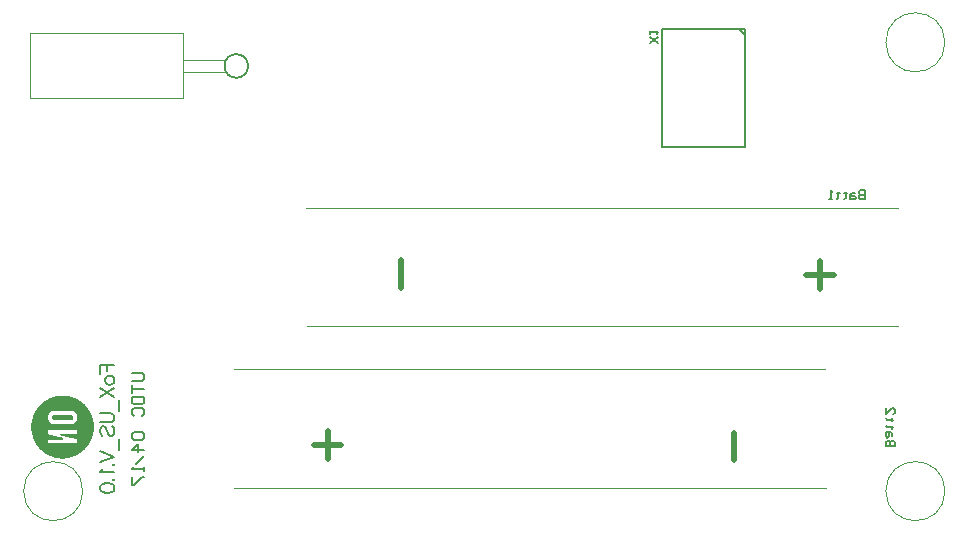
<source format=gbo>
G04 Layer_Color=32896*
%FSLAX25Y25*%
%MOIN*%
G70*
G01*
G75*
%ADD45C,0.00787*%
%ADD46C,0.01969*%
%ADD102C,0.00394*%
%ADD103C,0.00100*%
%ADD104C,0.00500*%
%ADD105C,0.00606*%
D45*
X111374Y213386D02*
G03*
X111374Y213386I-3937J0D01*
G01*
D46*
X162242Y139488D02*
Y148672D01*
X133303Y87084D02*
X142487D01*
X137895Y91676D02*
Y82493D01*
X273266Y82008D02*
Y91191D01*
X297358Y143659D02*
X306542D01*
X301950Y148251D02*
Y139067D01*
D102*
X343657Y221260D02*
G03*
X343657Y221260I-9843J0D01*
G01*
Y71653D02*
G03*
X343657Y71653I-9843J0D01*
G01*
X56256D02*
G03*
X56256Y71653I-9843J0D01*
G01*
X89720Y211417D02*
X103500D01*
X89720D02*
Y215354D01*
X103500D01*
X89720Y202559D02*
Y224213D01*
X38539Y202559D02*
Y224213D01*
X89720D01*
X38539Y202559D02*
X89720D01*
X130528Y166142D02*
X328028D01*
X131028Y126772D02*
X328028D01*
X106532Y72835D02*
X304031D01*
X106532Y112205D02*
X303532D01*
D103*
X59624Y92644D02*
Y93744D01*
X59524Y91544D02*
Y94744D01*
X59424Y91044D02*
Y95244D01*
X59324Y90644D02*
Y95744D01*
X59224Y90244D02*
Y96044D01*
X59124Y89944D02*
Y96344D01*
X59024Y89644D02*
Y96644D01*
X58924Y89344D02*
Y96944D01*
X58824Y89144D02*
Y97144D01*
X58724Y88944D02*
Y97444D01*
X58624Y88744D02*
Y97644D01*
X58524Y88544D02*
Y97844D01*
X58424Y88344D02*
Y98044D01*
X58324Y88144D02*
Y98144D01*
X58224Y87944D02*
Y98344D01*
X58124Y87744D02*
Y98544D01*
X58024Y87644D02*
Y98644D01*
X57924Y87444D02*
Y98844D01*
X57824Y87344D02*
Y98944D01*
X57724Y87144D02*
Y99144D01*
X57624Y87044D02*
Y99244D01*
X57524Y86944D02*
Y99444D01*
X57424Y86744D02*
Y99544D01*
X57324Y86644D02*
Y99644D01*
X57224Y86544D02*
Y99744D01*
X57124Y86444D02*
Y99844D01*
X57024Y86344D02*
Y100044D01*
X56924Y86244D02*
Y100144D01*
X56824Y86144D02*
Y100244D01*
X56724Y85944D02*
Y100344D01*
X56624Y85844D02*
Y100444D01*
X56524Y85744D02*
Y100544D01*
X56424Y85744D02*
Y100644D01*
X56324Y85644D02*
Y100744D01*
X56224Y85544D02*
Y100844D01*
X56124Y85444D02*
Y100844D01*
X56024Y85344D02*
Y100944D01*
X55924Y85244D02*
Y101044D01*
X55824Y85144D02*
Y101144D01*
X55724Y85044D02*
Y101244D01*
X55624Y85044D02*
Y101344D01*
X55524Y84944D02*
Y101344D01*
X55424Y84844D02*
Y101444D01*
X55324Y84744D02*
Y101544D01*
X55224Y84744D02*
Y101644D01*
X55124Y84644D02*
Y101644D01*
X55024Y84544D02*
Y101744D01*
X54924Y84544D02*
Y101844D01*
X54824Y84444D02*
Y101844D01*
X54724Y84344D02*
Y101944D01*
X54624Y84344D02*
Y101944D01*
X54524Y84244D02*
Y102044D01*
X54424Y84244D02*
Y102144D01*
X54324Y84144D02*
Y95644D01*
Y97044D02*
Y102144D01*
X54224Y84144D02*
Y87544D01*
Y89244D02*
Y90844D01*
Y92444D02*
Y95344D01*
Y97444D02*
Y102244D01*
X54124Y84044D02*
Y87544D01*
Y89344D02*
Y90844D01*
Y92444D02*
Y95144D01*
Y97644D02*
Y102244D01*
X54024Y84044D02*
Y87544D01*
Y89344D02*
Y90844D01*
Y92444D02*
Y94944D01*
Y97844D02*
Y102344D01*
X53924Y83944D02*
Y87544D01*
Y89344D02*
Y90844D01*
Y92444D02*
Y94744D01*
Y97944D02*
Y102344D01*
X53824Y83944D02*
Y87544D01*
Y89344D02*
Y90844D01*
Y92444D02*
Y94644D01*
Y98044D02*
Y102444D01*
X53724Y83844D02*
Y87544D01*
Y89444D02*
Y90844D01*
Y92444D02*
Y94544D01*
Y98144D02*
Y102444D01*
X53624Y83844D02*
Y87544D01*
Y89444D02*
Y90844D01*
Y92444D02*
Y94444D01*
Y98244D02*
Y102544D01*
X53524Y83744D02*
Y87544D01*
Y89444D02*
Y90844D01*
Y92444D02*
Y94444D01*
Y98344D02*
Y102544D01*
X53424Y83744D02*
Y87544D01*
Y89444D02*
Y90844D01*
Y92444D02*
Y94344D01*
Y98444D02*
Y102644D01*
X53324Y83644D02*
Y87544D01*
Y89544D02*
Y90844D01*
Y92444D02*
Y94244D01*
Y98444D02*
Y102644D01*
X53224Y83644D02*
Y87544D01*
Y89544D02*
Y90844D01*
Y92444D02*
Y94244D01*
Y98544D02*
Y102644D01*
X53124Y83544D02*
Y87544D01*
Y89544D02*
Y90844D01*
Y92444D02*
Y94144D01*
Y98544D02*
Y102744D01*
X53024Y83544D02*
Y87544D01*
Y89544D02*
Y90844D01*
Y92444D02*
Y94144D01*
Y98644D02*
Y102744D01*
X52924Y83544D02*
Y87544D01*
Y89544D02*
Y90844D01*
Y92444D02*
Y94144D01*
Y98644D02*
Y102844D01*
X52824Y83444D02*
Y87544D01*
Y89644D02*
Y90844D01*
Y92444D02*
Y94044D01*
Y98644D02*
Y102844D01*
X52724Y83444D02*
Y87544D01*
Y89644D02*
Y90844D01*
Y92444D02*
Y94044D01*
Y96144D02*
Y96544D01*
Y98744D02*
Y102844D01*
X52624Y83444D02*
Y87544D01*
Y89644D02*
Y90844D01*
Y92444D02*
Y94044D01*
Y95944D02*
Y96744D01*
Y98744D02*
Y102944D01*
X52524Y83344D02*
Y87544D01*
Y89644D02*
Y90844D01*
Y92444D02*
Y94044D01*
Y95844D02*
Y96844D01*
Y98744D02*
Y102944D01*
X52424Y83344D02*
Y87544D01*
Y89744D02*
Y90844D01*
Y92444D02*
Y94044D01*
Y95844D02*
Y96944D01*
Y98744D02*
Y102944D01*
X52324Y83344D02*
Y87544D01*
Y89744D02*
Y90844D01*
Y92444D02*
Y94044D01*
Y95744D02*
Y96944D01*
Y98744D02*
Y103044D01*
X52224Y83244D02*
Y87544D01*
Y89744D02*
Y90844D01*
Y92444D02*
Y94044D01*
Y95744D02*
Y96944D01*
Y98744D02*
Y103044D01*
X52124Y83244D02*
Y87544D01*
Y89744D02*
Y90844D01*
Y92444D02*
Y94044D01*
Y95744D02*
Y96944D01*
Y98744D02*
Y103044D01*
X52024Y83244D02*
Y87544D01*
Y89844D02*
Y90844D01*
Y92444D02*
Y94044D01*
Y95744D02*
Y96944D01*
Y98744D02*
Y103044D01*
X51924Y83244D02*
Y87544D01*
Y89844D02*
Y90844D01*
Y92444D02*
Y94044D01*
Y95744D02*
Y96944D01*
Y98744D02*
Y103144D01*
X51824Y83144D02*
Y87544D01*
Y89844D02*
Y90844D01*
Y92444D02*
Y94044D01*
Y95744D02*
Y96944D01*
Y98744D02*
Y103144D01*
X51724Y83144D02*
Y87544D01*
Y89844D02*
Y90844D01*
Y92444D02*
Y94044D01*
Y95744D02*
Y96944D01*
Y98744D02*
Y103144D01*
X51624Y83144D02*
Y87544D01*
Y89944D02*
Y90844D01*
Y92444D02*
Y94044D01*
Y95744D02*
Y96944D01*
Y98744D02*
Y103144D01*
X51524Y83144D02*
Y87544D01*
Y89944D02*
Y90844D01*
Y92444D02*
Y94044D01*
Y95744D02*
Y96944D01*
Y98744D02*
Y103244D01*
X51424Y83044D02*
Y87544D01*
Y89944D02*
Y90844D01*
Y92444D02*
Y94044D01*
Y95744D02*
Y96944D01*
Y98744D02*
Y103244D01*
X51324Y83044D02*
Y87544D01*
Y89944D02*
Y90844D01*
Y92444D02*
Y94044D01*
Y95744D02*
Y96944D01*
Y98744D02*
Y103244D01*
X51224Y83044D02*
Y87544D01*
Y89944D02*
Y90844D01*
Y92444D02*
Y94044D01*
Y95744D02*
Y96944D01*
Y98744D02*
Y103244D01*
X51124Y83044D02*
Y87544D01*
Y90044D02*
Y90844D01*
Y92444D02*
Y94044D01*
Y95744D02*
Y96944D01*
Y98744D02*
Y103244D01*
X51024Y83044D02*
Y87544D01*
Y90044D02*
Y90844D01*
Y92444D02*
Y94044D01*
Y95744D02*
Y96944D01*
Y98744D02*
Y103344D01*
X50924Y82944D02*
Y87544D01*
Y90044D02*
Y90844D01*
Y92444D02*
Y94044D01*
Y95744D02*
Y96944D01*
Y98744D02*
Y103344D01*
X50824Y82944D02*
Y87544D01*
Y90044D02*
Y90844D01*
Y92444D02*
Y94044D01*
Y95744D02*
Y96944D01*
Y98744D02*
Y103344D01*
X50724Y82944D02*
Y87544D01*
Y90144D02*
Y90844D01*
Y92444D02*
Y94044D01*
Y95744D02*
Y96944D01*
Y98744D02*
Y103344D01*
X50624Y82944D02*
Y87544D01*
Y90144D02*
Y90844D01*
Y92444D02*
Y94044D01*
Y95744D02*
Y96944D01*
Y98744D02*
Y103344D01*
X50524Y82944D02*
Y87544D01*
Y90144D02*
Y90844D01*
Y92444D02*
Y94044D01*
Y95744D02*
Y96944D01*
Y98744D02*
Y103344D01*
X50424Y82944D02*
Y87544D01*
Y90144D02*
Y90844D01*
Y92444D02*
Y94044D01*
Y95744D02*
Y96944D01*
Y98744D02*
Y103344D01*
X50324Y82944D02*
Y87544D01*
Y90244D02*
Y90844D01*
Y92444D02*
Y94044D01*
Y95744D02*
Y96944D01*
Y98744D02*
Y103444D01*
X50224Y82944D02*
Y87544D01*
Y90244D02*
Y90844D01*
Y92444D02*
Y94044D01*
Y95744D02*
Y96944D01*
Y98744D02*
Y103444D01*
X50124Y82944D02*
Y87544D01*
Y90244D02*
Y90844D01*
Y92444D02*
Y94044D01*
Y95744D02*
Y96944D01*
Y98744D02*
Y103444D01*
X50024Y82944D02*
Y87544D01*
Y90244D02*
Y90844D01*
Y92444D02*
Y94044D01*
Y95744D02*
Y96944D01*
Y98744D02*
Y103444D01*
X49924Y82844D02*
Y87544D01*
Y90244D02*
Y90844D01*
Y92444D02*
Y94044D01*
Y95744D02*
Y96944D01*
Y98744D02*
Y103444D01*
X49824Y82844D02*
Y87544D01*
Y90344D02*
Y90844D01*
Y92444D02*
Y94044D01*
Y95744D02*
Y96944D01*
Y98744D02*
Y103444D01*
X49724Y82844D02*
Y87544D01*
Y90344D02*
Y90844D01*
Y92444D02*
Y94044D01*
Y95744D02*
Y96944D01*
Y98744D02*
Y103444D01*
X49624Y82844D02*
Y87544D01*
Y90344D02*
Y90844D01*
Y92444D02*
Y94044D01*
Y95744D02*
Y96944D01*
Y98744D02*
Y103444D01*
X49524Y82844D02*
Y87544D01*
Y90344D02*
Y90844D01*
Y92444D02*
Y94044D01*
Y95744D02*
Y96944D01*
Y98744D02*
Y103444D01*
X49424Y82844D02*
Y87544D01*
Y90444D02*
Y90844D01*
Y92444D02*
Y94044D01*
Y95744D02*
Y96944D01*
Y98744D02*
Y103444D01*
X49324Y82844D02*
Y87544D01*
Y89244D02*
Y89344D01*
Y90444D02*
Y90844D01*
Y92444D02*
Y94044D01*
Y95744D02*
Y96944D01*
Y98744D02*
Y103444D01*
X49224Y82844D02*
Y87544D01*
Y89144D02*
Y89444D01*
Y90444D02*
Y90844D01*
Y92444D02*
Y94044D01*
Y95744D02*
Y96944D01*
Y98744D02*
Y103444D01*
X49124Y82844D02*
Y87544D01*
Y89144D02*
Y89444D01*
Y90444D02*
Y90844D01*
Y92444D02*
Y94044D01*
Y95744D02*
Y96944D01*
Y98744D02*
Y103444D01*
X49024Y82844D02*
Y87544D01*
Y89144D02*
Y89544D01*
Y90544D02*
Y90844D01*
Y92444D02*
Y94044D01*
Y95744D02*
Y96944D01*
Y98744D02*
Y103444D01*
X48924Y82844D02*
Y87544D01*
Y89144D02*
Y89544D01*
Y90544D02*
Y90844D01*
Y92444D02*
Y94044D01*
Y95744D02*
Y96944D01*
Y98744D02*
Y103444D01*
X48824Y82844D02*
Y87544D01*
Y89144D02*
Y89544D01*
Y90644D02*
Y90844D01*
Y92444D02*
Y94044D01*
Y95744D02*
Y96944D01*
Y98744D02*
Y103444D01*
X48724Y82844D02*
Y87544D01*
Y89144D02*
Y89544D01*
Y92444D02*
Y94044D01*
Y95744D02*
Y96944D01*
Y98744D02*
Y103444D01*
X48624Y82944D02*
Y87544D01*
Y89144D02*
Y89644D01*
Y92444D02*
Y94044D01*
Y95744D02*
Y96944D01*
Y98744D02*
Y103444D01*
X48524Y82944D02*
Y87544D01*
Y89144D02*
Y89644D01*
Y92444D02*
Y94044D01*
Y95744D02*
Y96944D01*
Y98744D02*
Y103444D01*
X48424Y82944D02*
Y87544D01*
Y89144D02*
Y89644D01*
Y92444D02*
Y94044D01*
Y95744D02*
Y96944D01*
Y98744D02*
Y103444D01*
X48324Y82944D02*
Y87544D01*
Y89144D02*
Y89644D01*
Y92444D02*
Y94044D01*
Y95744D02*
Y96944D01*
Y98744D02*
Y103344D01*
X48224Y82944D02*
Y87544D01*
Y89144D02*
Y89744D01*
Y92444D02*
Y94044D01*
Y95744D02*
Y96944D01*
Y98744D02*
Y103344D01*
X48124Y82944D02*
Y87544D01*
Y89144D02*
Y89744D01*
Y92444D02*
Y94044D01*
Y95744D02*
Y96944D01*
Y98744D02*
Y103344D01*
X48024Y82944D02*
Y87544D01*
Y89144D02*
Y89744D01*
Y92444D02*
Y94044D01*
Y95744D02*
Y96944D01*
Y98744D02*
Y103344D01*
X47924Y82944D02*
Y87544D01*
Y89144D02*
Y89744D01*
Y92444D02*
Y94044D01*
Y95744D02*
Y96944D01*
Y98744D02*
Y103344D01*
X47824Y82944D02*
Y87544D01*
Y89144D02*
Y89744D01*
Y92444D02*
Y94044D01*
Y95744D02*
Y96944D01*
Y98744D02*
Y103344D01*
X47724Y83044D02*
Y87544D01*
Y89144D02*
Y89844D01*
Y92444D02*
Y94044D01*
Y95744D02*
Y96944D01*
Y98744D02*
Y103344D01*
X47624Y83044D02*
Y87544D01*
Y89144D02*
Y89844D01*
Y92444D02*
Y94044D01*
Y95744D02*
Y96944D01*
Y98744D02*
Y103244D01*
X47524Y83044D02*
Y87544D01*
Y89144D02*
Y89844D01*
Y92444D02*
Y94044D01*
Y95744D02*
Y96944D01*
Y98744D02*
Y103244D01*
X47424Y83044D02*
Y87544D01*
Y89144D02*
Y89844D01*
Y92444D02*
Y94044D01*
Y95744D02*
Y96944D01*
Y98744D02*
Y103244D01*
X47324Y83044D02*
Y87544D01*
Y89144D02*
Y89944D01*
Y92444D02*
Y94044D01*
Y95744D02*
Y96944D01*
Y98744D02*
Y103244D01*
X47224Y83144D02*
Y87544D01*
Y89144D02*
Y89944D01*
Y92444D02*
Y94044D01*
Y95744D02*
Y96944D01*
Y98744D02*
Y103244D01*
X47124Y83144D02*
Y87544D01*
Y89144D02*
Y89944D01*
Y92444D02*
Y94044D01*
Y95744D02*
Y96944D01*
Y98744D02*
Y103244D01*
X47024Y83144D02*
Y87544D01*
Y89144D02*
Y89944D01*
Y92444D02*
Y94044D01*
Y95744D02*
Y96944D01*
Y98744D02*
Y103144D01*
X46924Y83144D02*
Y87544D01*
Y89144D02*
Y89944D01*
Y92444D02*
Y94044D01*
Y95744D02*
Y96944D01*
Y98744D02*
Y103144D01*
X46824Y83144D02*
Y87544D01*
Y89144D02*
Y90044D01*
Y92444D02*
Y94044D01*
Y95744D02*
Y96944D01*
Y98744D02*
Y103144D01*
X46724Y83244D02*
Y87544D01*
Y89144D02*
Y90044D01*
Y92444D02*
Y94044D01*
Y95744D02*
Y96944D01*
Y98744D02*
Y103144D01*
X46624Y83244D02*
Y87544D01*
Y89144D02*
Y90044D01*
Y92444D02*
Y94044D01*
Y95744D02*
Y96944D01*
Y98744D02*
Y103044D01*
X46524Y83244D02*
Y87544D01*
Y89144D02*
Y90044D01*
Y92444D02*
Y94044D01*
Y95744D02*
Y96944D01*
Y98744D02*
Y103044D01*
X46424Y83344D02*
Y87544D01*
Y89144D02*
Y90144D01*
Y92444D02*
Y94044D01*
Y95744D02*
Y96944D01*
Y98744D02*
Y103044D01*
X46324Y83344D02*
Y87544D01*
Y89144D02*
Y90144D01*
Y92444D02*
Y94044D01*
Y95844D02*
Y96944D01*
Y98744D02*
Y102944D01*
X46224Y83344D02*
Y87544D01*
Y89144D02*
Y90144D01*
Y92444D02*
Y94044D01*
Y95844D02*
Y96844D01*
Y98744D02*
Y102944D01*
X46124Y83344D02*
Y87544D01*
Y89144D02*
Y90144D01*
Y92444D02*
Y94044D01*
Y95944D02*
Y96744D01*
Y98744D02*
Y102944D01*
X46024Y83444D02*
Y87544D01*
Y89144D02*
Y90144D01*
Y92444D02*
Y94044D01*
Y96044D02*
Y96644D01*
Y98744D02*
Y102844D01*
X45924Y83444D02*
Y87544D01*
Y89144D02*
Y90244D01*
Y92444D02*
Y94044D01*
Y98644D02*
Y102844D01*
X45824Y83544D02*
Y87544D01*
Y89144D02*
Y90244D01*
Y92444D02*
Y94044D01*
Y98644D02*
Y102844D01*
X45724Y83544D02*
Y87544D01*
Y89144D02*
Y90244D01*
Y92444D02*
Y94144D01*
Y98644D02*
Y102744D01*
X45624Y83544D02*
Y87544D01*
Y89144D02*
Y90244D01*
Y92444D02*
Y94144D01*
Y98644D02*
Y102744D01*
X45524Y83644D02*
Y87544D01*
Y89144D02*
Y90344D01*
Y92444D02*
Y94144D01*
Y98544D02*
Y102744D01*
X45424Y83644D02*
Y87544D01*
Y89144D02*
Y90344D01*
Y92444D02*
Y94244D01*
Y98544D02*
Y102644D01*
X45324Y83744D02*
Y87544D01*
Y89144D02*
Y90344D01*
Y92444D02*
Y94344D01*
Y98444D02*
Y102644D01*
X45224Y83744D02*
Y87544D01*
Y89144D02*
Y90344D01*
Y92444D02*
Y94344D01*
Y98344D02*
Y102544D01*
X45124Y83744D02*
Y87544D01*
Y89144D02*
Y90344D01*
Y92444D02*
Y94444D01*
Y98344D02*
Y102544D01*
X45024Y83844D02*
Y87544D01*
Y89144D02*
Y90444D01*
Y92444D02*
Y94544D01*
Y98244D02*
Y102444D01*
X44924Y83844D02*
Y87544D01*
Y89144D02*
Y90444D01*
Y92444D02*
Y94644D01*
Y98144D02*
Y102444D01*
X44824Y83944D02*
Y87544D01*
Y89144D02*
Y90444D01*
Y92444D02*
Y94744D01*
Y98044D02*
Y102344D01*
X44724Y83944D02*
Y87544D01*
Y89144D02*
Y90444D01*
Y92444D02*
Y94844D01*
Y97844D02*
Y102344D01*
X44624Y84044D02*
Y87544D01*
Y89144D02*
Y90544D01*
Y92444D02*
Y95044D01*
Y97744D02*
Y102244D01*
X44524Y84044D02*
Y87544D01*
Y89144D02*
Y90544D01*
Y92444D02*
Y95244D01*
Y97444D02*
Y102244D01*
X44424Y84144D02*
Y95544D01*
Y97144D02*
Y102144D01*
X44324Y84144D02*
Y102144D01*
X44224Y84244D02*
Y102044D01*
X44124Y84344D02*
Y102044D01*
X44024Y84344D02*
Y101944D01*
X43924Y84444D02*
Y101844D01*
X43824Y84444D02*
Y101844D01*
X43724Y84544D02*
Y101744D01*
X43624Y84644D02*
Y101644D01*
X43524Y84744D02*
Y101644D01*
X43424Y84744D02*
Y101544D01*
X43324Y84844D02*
Y101444D01*
X43224Y84944D02*
Y101444D01*
X43124Y84944D02*
Y101344D01*
X43024Y85044D02*
Y101244D01*
X42924Y85144D02*
Y101144D01*
X42824Y85244D02*
Y101044D01*
X42724Y85344D02*
Y101044D01*
X42624Y85444D02*
Y100944D01*
X42524Y85444D02*
Y100844D01*
X42424Y85544D02*
Y100744D01*
X42324Y85644D02*
Y100644D01*
X42224Y85744D02*
Y100544D01*
X42124Y85844D02*
Y100444D01*
X42024Y85944D02*
Y100344D01*
X41924Y86044D02*
Y100244D01*
X41824Y86144D02*
Y100144D01*
X41724Y86244D02*
Y100044D01*
X41624Y86344D02*
Y99944D01*
X41524Y86544D02*
Y99844D01*
X41424Y86644D02*
Y99644D01*
X41324Y86744D02*
Y99544D01*
X41224Y86844D02*
Y99444D01*
X41124Y87044D02*
Y99344D01*
X41024Y87144D02*
Y99144D01*
X40924Y87244D02*
Y99044D01*
X40824Y87444D02*
Y98844D01*
X40724Y87544D02*
Y98744D01*
X40624Y87744D02*
Y98544D01*
X40524Y87944D02*
Y98444D01*
X40424Y88044D02*
Y98244D01*
X40324Y88244D02*
Y98044D01*
X40224Y88444D02*
Y97844D01*
X40124Y88644D02*
Y97644D01*
X40024Y88844D02*
Y97444D01*
X39924Y89044D02*
Y97244D01*
X39824Y89344D02*
Y97044D01*
X39724Y89544D02*
Y96744D01*
X39624Y89844D02*
Y96444D01*
X39524Y90144D02*
Y96144D01*
X39424Y90544D02*
Y95844D01*
X39324Y90844D02*
Y95444D01*
X39224Y91444D02*
Y94944D01*
X39124Y92044D02*
Y94244D01*
D104*
X249334Y225669D02*
X274925D01*
X276894D01*
Y223701D02*
Y225669D01*
Y186299D02*
Y223701D01*
X249334Y186299D02*
X276894D01*
X249334D02*
Y225669D01*
X274925D02*
X276894Y223701D01*
D105*
X62057Y113581D02*
X66780D01*
X62057D02*
Y110657D01*
X64306Y113581D02*
Y111782D01*
X63631Y108993D02*
X63856Y109442D01*
X64306Y109892D01*
X64981Y110117D01*
X65430D01*
X66105Y109892D01*
X66555Y109442D01*
X66780Y108993D01*
Y108318D01*
X66555Y107868D01*
X66105Y107418D01*
X65430Y107193D01*
X64981D01*
X64306Y107418D01*
X63856Y107868D01*
X63631Y108318D01*
Y108993D01*
X62057Y106158D02*
X66780Y103010D01*
X62057D02*
X66780Y106158D01*
X68354Y101952D02*
Y98354D01*
X62057Y97746D02*
X65430D01*
X66105Y97521D01*
X66555Y97072D01*
X66780Y96397D01*
Y95947D01*
X66555Y95272D01*
X66105Y94822D01*
X65430Y94597D01*
X62057D01*
X62731Y90144D02*
X62282Y90594D01*
X62057Y91269D01*
Y92168D01*
X62282Y92843D01*
X62731Y93293D01*
X63181D01*
X63631Y93068D01*
X63856Y92843D01*
X64081Y92393D01*
X64531Y91044D01*
X64756Y90594D01*
X64981Y90369D01*
X65430Y90144D01*
X66105D01*
X66555Y90594D01*
X66780Y91269D01*
Y92168D01*
X66555Y92843D01*
X66105Y93293D01*
X68354Y89087D02*
Y85488D01*
X62057Y84881D02*
X66780Y83081D01*
X62057Y81282D02*
X66780Y83081D01*
X66330Y80450D02*
X66555Y80675D01*
X66780Y80450D01*
X66555Y80225D01*
X66330Y80450D01*
X62956Y79190D02*
X62731Y78740D01*
X62057Y78066D01*
X66780D01*
X66330Y75501D02*
X66555Y75726D01*
X66780Y75501D01*
X66555Y75276D01*
X66330Y75501D01*
X62057Y72892D02*
X62282Y73567D01*
X62956Y74017D01*
X64081Y74242D01*
X64756D01*
X65880Y74017D01*
X66555Y73567D01*
X66780Y72892D01*
Y72442D01*
X66555Y71768D01*
X65880Y71318D01*
X64756Y71093D01*
X64081D01*
X62956Y71318D01*
X62282Y71768D01*
X62057Y72442D01*
Y72892D01*
X72747Y111032D02*
X76026D01*
X76682Y110376D01*
Y109064D01*
X76026Y108408D01*
X72747D01*
Y107096D02*
Y104472D01*
Y105784D01*
X76682D01*
X72747Y103160D02*
X76682D01*
Y101192D01*
X76026Y100536D01*
X73403D01*
X72747Y101192D01*
Y103160D01*
X73403Y96601D02*
X72747Y97257D01*
Y98568D01*
X73403Y99225D01*
X76026D01*
X76682Y98568D01*
Y97257D01*
X76026Y96601D01*
X73403Y91353D02*
X72747Y90697D01*
Y89385D01*
X73403Y88729D01*
X76026D01*
X76682Y89385D01*
Y90697D01*
X76026Y91353D01*
X73403D01*
X76682Y85449D02*
X72747D01*
X74714Y87417D01*
Y84793D01*
X76682Y83482D02*
X74059Y80858D01*
X76682Y79546D02*
Y78234D01*
Y78890D01*
X72747D01*
X73403Y79546D01*
X72747Y76266D02*
Y73642D01*
X73403D01*
X76026Y76266D01*
X76682D01*
X326885Y86535D02*
X323933D01*
Y88011D01*
X324425Y88503D01*
X324917D01*
X325409Y88011D01*
Y86535D01*
Y88011D01*
X325901Y88503D01*
X326393D01*
X326885Y88011D01*
Y86535D01*
X325901Y89979D02*
Y90963D01*
X325409Y91455D01*
X323933D01*
Y89979D01*
X324425Y89487D01*
X324917Y89979D01*
Y91455D01*
X326393Y92931D02*
X325901D01*
Y92439D01*
Y93423D01*
Y92931D01*
X324425D01*
X323933Y93423D01*
X326393Y95391D02*
X325901D01*
Y94899D01*
Y95883D01*
Y95391D01*
X324425D01*
X323933Y95883D01*
Y99327D02*
Y97359D01*
X325901Y99327D01*
X326393D01*
X326885Y98835D01*
Y97851D01*
X326393Y97359D01*
X316965Y171889D02*
Y168937D01*
X315489D01*
X314997Y169429D01*
Y169921D01*
X315489Y170413D01*
X316965D01*
X315489D01*
X314997Y170905D01*
Y171397D01*
X315489Y171889D01*
X316965D01*
X313521Y170905D02*
X312537D01*
X312045Y170413D01*
Y168937D01*
X313521D01*
X314013Y169429D01*
X313521Y169921D01*
X312045D01*
X310569Y171397D02*
Y170905D01*
X311061D01*
X310077D01*
X310569D01*
Y169429D01*
X310077Y168937D01*
X308109Y171397D02*
Y170905D01*
X308601D01*
X307617D01*
X308109D01*
Y169429D01*
X307617Y168937D01*
X306141D02*
X305157D01*
X305649D01*
Y171889D01*
X306141Y171397D01*
X248170Y221154D02*
X245218Y223122D01*
X248170D02*
X245218Y221154D01*
Y224106D02*
Y225090D01*
Y224598D01*
X248170D01*
X247678Y224106D01*
M02*

</source>
